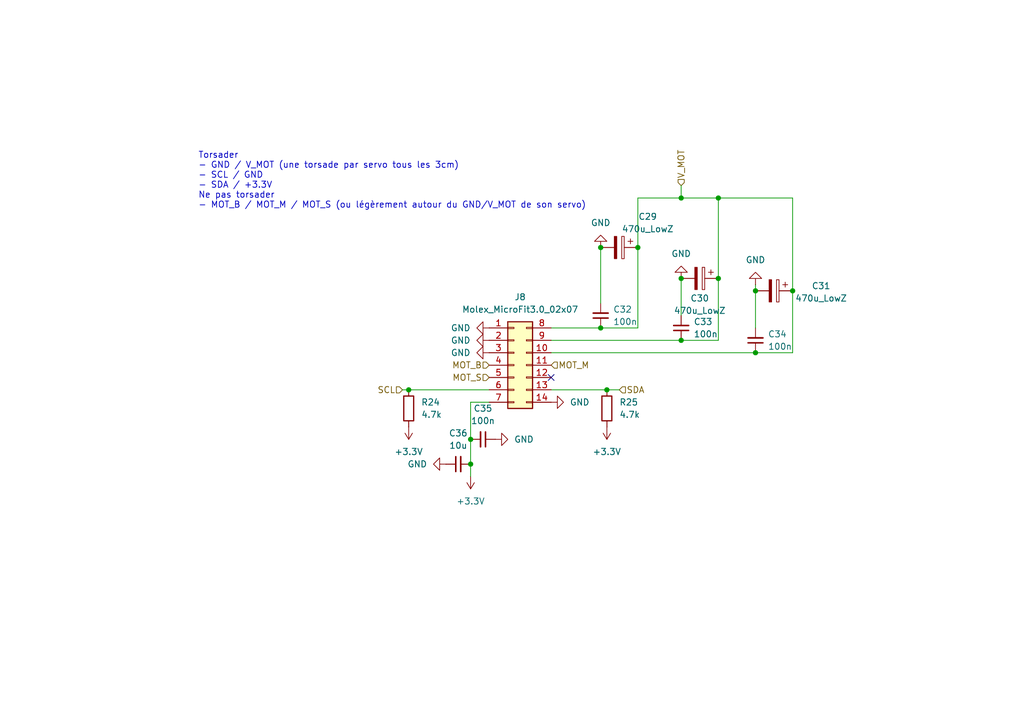
<source format=kicad_sch>
(kicad_sch (version 20250114) (generator "eeschema") (generator_version "9.0")
  (paper "A5")
  (lib_symbols
    (symbol "Connector_Generic:Conn_02x07_Top_Bottom" (pin_names (offset 1.016) (hide yes))
      (property "Reference" "J" (at 1.27 10.16 0))
      (property "Value" "Conn_02x07_Top_Bottom" (at 1.27 -10.16 0))
      (symbol "Conn_02x07_Top_Bottom_1_1"
        (rectangle (start -1.27 8.89) (end 3.81 -8.89) (stroke (width 0.254)) (fill (type background)))
        (rectangle (start -1.27 7.747) (end 0 7.493) (stroke (width 0.1524)))
        (rectangle (start -1.27 5.207) (end 0 4.953) (stroke (width 0.1524)))
        (rectangle (start -1.27 2.667) (end 0 2.413) (stroke (width 0.1524)))
        (rectangle (start -1.27 0.127) (end 0 -0.127) (stroke (width 0.1524)))
        (rectangle (start -1.27 -2.413) (end 0 -2.667) (stroke (width 0.1524)))
        (rectangle (start -1.27 -4.953) (end 0 -5.207) (stroke (width 0.1524)))
        (rectangle (start -1.27 -7.493) (end 0 -7.747) (stroke (width 0.1524)))
        (rectangle (start 3.81 7.747) (end 2.54 7.493) (stroke (width 0.1524)))
        (rectangle (start 3.81 5.207) (end 2.54 4.953) (stroke (width 0.1524)))
        (rectangle (start 3.81 2.667) (end 2.54 2.413) (stroke (width 0.1524)))
        (rectangle (start 3.81 0.127) (end 2.54 -0.127) (stroke (width 0.1524)))
        (rectangle (start 3.81 -2.413) (end 2.54 -2.667) (stroke (width 0.1524)))
        (rectangle (start 3.81 -4.953) (end 2.54 -5.207) (stroke (width 0.1524)))
        (rectangle (start 3.81 -7.493) (end 2.54 -7.747) (stroke (width 0.1524)))
        (pin passive line (at -5.08 7.62 0) (length 3.81) (name "Pin_1") (number "1"))
        (pin passive line (at -5.08 5.08 0) (length 3.81) (name "Pin_2") (number "2"))
        (pin passive line (at -5.08 2.54 0) (length 3.81) (name "Pin_3") (number "3"))
        (pin passive line (at -5.08 0 0) (length 3.81) (name "Pin_4") (number "4"))
        (pin passive line (at -5.08 -2.54 0) (length 3.81) (name "Pin_5") (number "5"))
        (pin passive line (at -5.08 -5.08 0) (length 3.81) (name "Pin_6") (number "6"))
        (pin passive line (at -5.08 -7.62 0) (length 3.81) (name "Pin_7") (number "7"))
        (pin passive line (at 7.62 7.62 180) (length 3.81) (name "Pin_8") (number "8"))
        (pin passive line (at 7.62 5.08 180) (length 3.81) (name "Pin_9") (number "9"))
        (pin passive line (at 7.62 2.54 180) (length 3.81) (name "Pin_10") (number "10"))
        (pin passive line (at 7.62 0 180) (length 3.81) (name "Pin_11") (number "11"))
        (pin passive line (at 7.62 -2.54 180) (length 3.81) (name "Pin_12") (number "12"))
        (pin passive line (at 7.62 -5.08 180) (length 3.81) (name "Pin_13") (number "13"))
        (pin passive line (at 7.62 -7.62 180) (length 3.81) (name "Pin_14") (number "14"))
      )
    )
    (symbol "Device:C_Polarized" (pin_numbers (hide yes)) (pin_names (offset 0.254))
      (property "Reference" "C" (at 0.635 2.54 0))
      (property "Value" "C_Polarized" (at 0.635 -2.54 0))
      (symbol "C_Polarized_0_1"
        (rectangle (start -2.286 0.508) (end 2.286 1.016))
        (polyline (pts (xy -1.778 2.286) (xy -0.762 2.286)))
        (polyline (pts (xy -1.27 2.794) (xy -1.27 1.778)))
        (rectangle (start 2.286 -0.508) (end -2.286 -1.016) (fill (type outline)))
      )
      (symbol "C_Polarized_1_1"
        (pin passive line (at 0 3.81 270) (length 2.794) (name "~") (number "1"))
        (pin passive line (at 0 -3.81 90) (length 2.794) (name "~") (number "2"))
      )
    )
    (symbol "Device:C_Small" (pin_numbers (hide yes)) (pin_names (offset 0.254) (hide yes))
      (property "Reference" "C" (at 0.254 1.778 0))
      (property "Value" "C_Small" (at 0.254 -2.032 0))
      (symbol "C_Small_0_1"
        (polyline (pts (xy -1.524 0.508) (xy 1.524 0.508)) (stroke (width 0.3048)))
        (polyline (pts (xy -1.524 -0.508) (xy 1.524 -0.508)) (stroke (width 0.3302)))
      )
      (symbol "C_Small_1_1"
        (pin passive line (at 0 2.54 270) (length 2.032) (name "~") (number "1"))
        (pin passive line (at 0 -2.54 90) (length 2.032) (name "~") (number "2"))
      )
    )
    (symbol "Device:R" (pin_numbers (hide yes)) (pin_names (offset 0))
      (property "Reference" "R" (at 2.032 0 90))
      (property "Value" "R" (at 0 0 90))
      (symbol "R_0_1"
        (rectangle (start -1.016 -2.54) (end 1.016 2.54) (stroke (width 0.254)))
      )
      (symbol "R_1_1"
        (pin passive line (at 0 3.81 270) (length 1.27) (name "~") (number "1"))
        (pin passive line (at 0 -3.81 90) (length 1.27) (name "~") (number "2"))
      )
    )
    (symbol "power:+3.3V" (power) (pin_numbers (hide yes)) (pin_names (offset 0) (hide yes))
      (property "Value" "+3.3V" (at 0 3.556 0))
      (symbol "+3.3V_0_1"
        (polyline (pts (xy -0.762 1.27) (xy 0 2.54)))
        (polyline (pts (xy 0 2.54) (xy 0.762 1.27)))
        (polyline (pts (xy 0 0) (xy 0 2.54)))
      )
      (symbol "+3.3V_1_1"
        (pin power_in line (at 0 0 90) (length 0) (name "~") (number "1"))
      )
    )
    (symbol "power:+5V" (power) (pin_numbers (hide yes)) (pin_names (offset 0) (hide yes))
      (property "Value" "+5V" (at 0 3.556 0))
      (symbol "+5V_0_1"
        (polyline (pts (xy -0.762 1.27) (xy 0 2.54)))
        (polyline (pts (xy 0 2.54) (xy 0.762 1.27)))
        (polyline (pts (xy 0 0) (xy 0 2.54)))
      )
      (symbol "+5V_1_1"
        (pin power_in line (at 0 0 90) (length 0) (name "~") (number "1"))
      )
    )
    (symbol "power:GND" (power) (pin_numbers (hide yes)) (pin_names (offset 0) (hide yes))
      (property "Value" "GND" (at 0 -3.81 0))
      (symbol "GND_0_1"
        (polyline (pts (xy 0 0) (xy 0 -1.27) (xy 1.27 -1.27) (xy 0 -2.54) (xy -1.27 -1.27) (xy 0 -1.27)))
      )
      (symbol "GND_1_1"
        (pin power_in line (at 0 0 270) (length 0) (name "~") (number "1"))
      )
    )
  )
  (text "Torsader\n- GND / V_MOT (une torsade par servo tous les 3cm)\n- SCL / GND\n- SDA / +3.3V\nNe pas torsader \n- MOT_B / MOT_M / MOT_S (ou légèrement autour du GND/V_MOT de son servo)" (at 40.64 37.084 0) (effects (font (size 1.27 1.27)) (justify left)))
  (junction (at 147.32 57.15))
  (junction (at 162.56 59.69))
  (junction (at 139.7 57.15))
  (junction (at 154.94 59.69))
  (junction (at 139.7 40.64))
  (junction (at 96.52 95.25))
  (junction (at 124.46 80.01))
  (junction (at 96.52 90.17))
  (junction (at 130.81 50.8))
  (junction (at 154.94 72.39))
  (junction (at 123.19 50.8))
  (junction (at 139.7 69.85))
  (junction (at 147.32 40.64))
  (junction (at 83.82 80.01))
  (junction (at 123.19 67.31))
  (no_connect (at 113.03 77.47))
  (wire (pts (xy 82.55 80.01) (xy 83.82 80.01)))
  (wire (pts (xy 147.32 57.15) (xy 147.32 69.85)))
  (wire (pts (xy 147.32 40.64) (xy 162.56 40.64)))
  (wire (pts (xy 127 80.01) (xy 124.46 80.01)))
  (wire (pts (xy 123.19 67.31) (xy 130.81 67.31)))
  (wire (pts (xy 113.03 69.85) (xy 139.7 69.85)))
  (wire (pts (xy 147.32 57.15) (xy 147.32 40.64)))
  (wire (pts (xy 154.94 59.69) (xy 154.94 67.31)))
  (wire (pts (xy 96.52 82.55) (xy 100.33 82.55)))
  (wire (pts (xy 162.56 40.64) (xy 162.56 59.69)))
  (wire (pts (xy 113.03 72.39) (xy 154.94 72.39)))
  (wire (pts (xy 130.81 50.8) (xy 130.81 67.31)))
  (wire (pts (xy 96.52 90.17) (xy 96.52 82.55)))
  (wire (pts (xy 96.52 97.79) (xy 96.52 95.25)))
  (wire (pts (xy 123.19 50.8) (xy 123.19 62.23)))
  (wire (pts (xy 154.94 58.42) (xy 154.94 59.69)))
  (wire (pts (xy 130.81 40.64) (xy 130.81 50.8)))
  (wire (pts (xy 139.7 40.64) (xy 139.7 38.1)))
  (wire (pts (xy 113.03 80.01) (xy 124.46 80.01)))
  (wire (pts (xy 113.03 67.31) (xy 123.19 67.31)))
  (wire (pts (xy 139.7 69.85) (xy 147.32 69.85)))
  (wire (pts (xy 154.94 72.39) (xy 162.56 72.39)))
  (wire (pts (xy 83.82 80.01) (xy 100.33 80.01)))
  (wire (pts (xy 139.7 57.15) (xy 139.7 64.77)))
  (wire (pts (xy 130.81 40.64) (xy 139.7 40.64)))
  (wire (pts (xy 96.52 95.25) (xy 96.52 90.17)))
  (wire (pts (xy 162.56 59.69) (xy 162.56 72.39)))
  (wire (pts (xy 139.7 40.64) (xy 147.32 40.64)))
  (hierarchical_label "SCL" (shape input) (at 82.55 80.01 180))
  (hierarchical_label "MOT_B" (shape input) (at 100.33 74.93 180))
  (hierarchical_label "SDA" (shape input) (at 127 80.01 0))
  (hierarchical_label "MOT_S" (shape input) (at 100.33 77.47 180))
  (hierarchical_label "MOT_M" (shape input) (at 113.03 74.93 0))
  (hierarchical_label "V_MOT" (shape input) (at 139.7 38.1 90))
  (symbol (lib_id "Connector_Generic:Conn_02x07_Top_Bottom") (at 105.41 74.93 0) (unit 1)
    (property "Reference" "J8" (at 106.68 60.96 0))
    (property "Value" "Molex_MicroFit3.0_02x07" (at 106.68 63.5 0))
    (property "Footprint" "Connector_Molex:Molex_Micro-Fit_3.0_43045-1412_2x07_P3.00mm_Vertical" (effects (hide yes)))
    (property "Description" "Generic connector, double row, 02x07, top/bottom pin numbering scheme (row 1: 1...pins_per_row, row2: pins_per_row+1 ... num_pins), script generated (kicad-library-utils/schlib/autogen/connector/)" (effects (hide yes)))
    (instances (project "eurobot-2026-robot-pcb" (path "" (reference "J8") (unit 1)) (path "" (reference "J10") (unit 1)) (path "" (reference "J11") (unit 1)) (path "" (reference "J9") (unit 1))))
  )
  (symbol (lib_id "Device:C_Small") (at 123.19 64.77 180) (unit 1)
    (property "Reference" "C32" (at 125.73 63.4935 0) (effects (justify right)))
    (property "Value" "100n" (at 125.73 66.0335 0) (effects (justify right)))
    (property "Footprint" "Capacitor_SMD:C_0805_2012Metric_Pad1.18x1.45mm_HandSolder" (effects (hide yes)))
    (property "Description" "Unpolarized capacitor, small symbol,X7R" (effects (hide yes)))
    (instances (project "eurobot-2026-robot-pcb" (path "" (reference "C32") (unit 1)) (path "" (reference "C48") (unit 1)) (path "" (reference "C56") (unit 1)) (path "" (reference "C40") (unit 1))))
  )
  (symbol (lib_id "Device:C_Small") (at 154.94 69.85 180) (unit 1)
    (property "Reference" "C34" (at 157.48 68.5735 0) (effects (justify right)))
    (property "Value" "100n" (at 157.48 71.1135 0) (effects (justify right)))
    (property "Footprint" "Capacitor_SMD:C_0805_2012Metric_Pad1.18x1.45mm_HandSolder" (effects (hide yes)))
    (property "Description" "Unpolarized capacitor, small symbol,X7R" (effects (hide yes)))
    (instances (project "eurobot-2026-robot-pcb" (path "" (reference "C34") (unit 1)) (path "" (reference "C50") (unit 1)) (path "" (reference "C58") (unit 1)) (path "" (reference "C42") (unit 1))))
  )
  (symbol (lib_id "power:+3.3V") (at 96.52 97.79 180) (unit 1)
    (property "Reference" "#PWR086" (effects (hide yes)))
    (property "Value" "+3.3V" (at 96.52 102.87 0))
    (property "Description" "Power symbol creates a global label with name \"+3.3V\"" (effects (hide yes)))
    (instances (project "eurobot-2026-robot-pcb" (path "" (reference "#PWR086") (unit 1)) (path "" (reference "#PWR0110") (unit 1)) (path "" (reference "#PWR0122") (unit 1)) (path "" (reference "#PWR098") (unit 1))))
  )
  (symbol (lib_id "Device:R") (at 124.46 83.82 0) (unit 1)
    (property "Reference" "R25" (at 127 82.5499 0) (effects (justify left)))
    (property "Value" "4.7k" (at 127 85.0899 0) (effects (justify left)))
    (property "Footprint" "Resistor_SMD:R_0805_2012Metric_Pad1.20x1.40mm_HandSolder" (effects (hide yes)))
    (property "Description" "Resistor" (effects (hide yes)))
    (instances (project "eurobot-2026-robot-pcb" (path "" (reference "R25") (unit 1)) (path "" (reference "R29") (unit 1)) (path "" (reference "R31") (unit 1)) (path "" (reference "R27") (unit 1))))
  )
  (symbol (lib_id "power:GND") (at 139.7 57.15 180) (unit 1)
    (property "Reference" "#PWR076" (effects (hide yes)))
    (property "Value" "GND" (at 139.7 52.07 0))
    (property "Description" "Power symbol creates a global label with name \"GND\" , ground" (effects (hide yes)))
    (instances (project "eurobot-2026-robot-pcb" (path "" (reference "#PWR076") (unit 1)) (path "" (reference "#PWR0100") (unit 1)) (path "" (reference "#PWR0112") (unit 1)) (path "" (reference "#PWR088") (unit 1))))
  )
  (symbol (lib_id "power:GND") (at 154.94 58.42 180) (unit 1)
    (property "Reference" "#PWR077" (effects (hide yes)))
    (property "Value" "GND" (at 154.94 53.34 0))
    (property "Description" "Power symbol creates a global label with name \"GND\" , ground" (effects (hide yes)))
    (instances (project "eurobot-2026-robot-pcb" (path "" (reference "#PWR077") (unit 1)) (path "" (reference "#PWR0101") (unit 1)) (path "" (reference "#PWR0113") (unit 1)) (path "" (reference "#PWR089") (unit 1))))
  )
  (symbol (lib_id "Device:C_Polarized") (at 158.75 59.69 270) (unit 1)
    (property "Reference" "C31" (at 168.402 58.674 90))
    (property "Value" "470u_LowZ" (at 168.402 61.214 90))
    (property "Footprint" "Capacitor_THT:CP_Radial_D8.0mm_P3.50mm" (effects (hide yes)))
    (property "Description" "Polarized capacitor" (effects (hide yes)))
    (property "MPN" "EEU-FR1E471L" (effects (hide yes)))
    (property "Manufacturer" "Panasonic" (effects (hide yes)))
    (instances (project "eurobot-2026-robot-pcb" (path "" (reference "C31") (unit 1)) (path "" (reference "C47") (unit 1)) (path "" (reference "C55") (unit 1)) (path "" (reference "C39") (unit 1))))
  )
  (symbol (lib_id "power:+5V") (at 83.82 87.63 180) (unit 1)
    (property "Reference" "#PWR082" (effects (hide yes)))
    (property "Value" "+3.3V" (at 83.82 92.71 0))
    (property "Description" "Power symbol creates a global label with name \"+5V\"" (effects (hide yes)))
    (instances (project "eurobot-2026-robot-pcb" (path "" (reference "#PWR082") (unit 1)) (path "" (reference "#PWR0106") (unit 1)) (path "" (reference "#PWR0118") (unit 1)) (path "" (reference "#PWR094") (unit 1))))
  )
  (symbol (lib_id "power:GND") (at 100.33 72.39 270) (unit 1)
    (property "Reference" "#PWR080" (effects (hide yes)))
    (property "Value" "GND" (at 96.52 72.3899 90) (effects (justify right)))
    (property "Description" "Power symbol creates a global label with name \"GND\" , ground" (effects (hide yes)))
    (instances (project "eurobot-2026-robot-pcb" (path "" (reference "#PWR080") (unit 1)) (path "" (reference "#PWR0104") (unit 1)) (path "" (reference "#PWR0116") (unit 1)) (path "" (reference "#PWR092") (unit 1))))
  )
  (symbol (lib_id "Device:C_Polarized") (at 127 50.8 270) (unit 1)
    (property "Reference" "C29" (at 132.842 44.45 90))
    (property "Value" "470u_LowZ" (at 132.842 46.99 90))
    (property "Footprint" "Capacitor_THT:CP_Radial_D8.0mm_P3.50mm" (effects (hide yes)))
    (property "Description" "Polarized capacitor" (effects (hide yes)))
    (property "MPN" "EEU-FR1E471L" (effects (hide yes)))
    (property "Manufacturer" "Panasonic" (effects (hide yes)))
    (instances (project "eurobot-2026-robot-pcb" (path "" (reference "C29") (unit 1)) (path "" (reference "C45") (unit 1)) (path "" (reference "C53") (unit 1)) (path "" (reference "C37") (unit 1))))
  )
  (symbol (lib_id "Device:C_Small") (at 139.7 67.31 180) (unit 1)
    (property "Reference" "C33" (at 142.24 66.0335 0) (effects (justify right)))
    (property "Value" "100n" (at 142.24 68.5735 0) (effects (justify right)))
    (property "Footprint" "Capacitor_SMD:C_0805_2012Metric_Pad1.18x1.45mm_HandSolder" (effects (hide yes)))
    (property "Description" "Unpolarized capacitor, small symbol,X7R" (effects (hide yes)))
    (instances (project "eurobot-2026-robot-pcb" (path "" (reference "C33") (unit 1)) (path "" (reference "C49") (unit 1)) (path "" (reference "C57") (unit 1)) (path "" (reference "C41") (unit 1))))
  )
  (symbol (lib_id "power:GND") (at 100.33 67.31 270) (unit 1)
    (property "Reference" "#PWR078" (effects (hide yes)))
    (property "Value" "GND" (at 96.52 67.3099 90) (effects (justify right)))
    (property "Description" "Power symbol creates a global label with name \"GND\" , ground" (effects (hide yes)))
    (instances (project "eurobot-2026-robot-pcb" (path "" (reference "#PWR078") (unit 1)) (path "" (reference "#PWR0102") (unit 1)) (path "" (reference "#PWR0114") (unit 1)) (path "" (reference "#PWR090") (unit 1))))
  )
  (symbol (lib_id "Device:C_Polarized") (at 143.51 57.15 270) (unit 1)
    (property "Reference" "C30" (at 143.51 61.214 90))
    (property "Value" "470u_LowZ" (at 143.51 63.754 90))
    (property "Datasheet" "https://industrial.panasonic.com/cdbs/www-data/pdf/RDF0000/RDF0000C1266.pdf" (effects (hide yes)))
    (property "Description" "Polarized capacitor" (effects (hide yes)))
    (property "MPN" "EEU-FR1E471L" (effects (hide yes)))
    (property "Manufacturer" "Panasonic" (effects (hide yes)))
    (instances (project "eurobot-2026-robot-pcb" (path "" (reference "C30") (unit 1)) (path "" (reference "C46") (unit 1)) (path "" (reference "C54") (unit 1)) (path "" (reference "C38") (unit 1))))
  )
  (symbol (lib_id "power:GND") (at 123.19 50.8 180) (unit 1)
    (property "Reference" "#PWR075" (effects (hide yes)))
    (property "Value" "GND" (at 123.19 45.72 0))
    (property "Description" "Power symbol creates a global label with name \"GND\" , ground" (effects (hide yes)))
    (instances (project "eurobot-2026-robot-pcb" (path "" (reference "#PWR075") (unit 1)) (path "" (reference "#PWR099") (unit 1)) (path "" (reference "#PWR0111") (unit 1)) (path "" (reference "#PWR087") (unit 1))))
  )
  (symbol (lib_id "power:GND") (at 113.03 82.55 90) (unit 1)
    (property "Reference" "#PWR081" (effects (hide yes)))
    (property "Value" "GND" (at 116.84 82.5499 90) (effects (justify right)))
    (property "Description" "Power symbol creates a global label with name \"GND\" , ground" (effects (hide yes)))
    (instances (project "eurobot-2026-robot-pcb" (path "" (reference "#PWR081") (unit 1)) (path "" (reference "#PWR0105") (unit 1)) (path "" (reference "#PWR0117") (unit 1)) (path "" (reference "#PWR093") (unit 1))))
  )
  (symbol (lib_id "Device:C_Small") (at 93.98 95.25 90) (unit 1)
    (property "Reference" "C36" (at 93.9863 88.9 90))
    (property "Value" "10u" (at 93.9863 91.44 90))
    (property "Footprint" "Capacitor_SMD:C_0805_2012Metric_Pad1.18x1.45mm_HandSolder" (effects (hide yes)))
    (property "Description" "Unpolarized capacitor, small symbol" (effects (hide yes)))
    (instances (project "eurobot-2026-robot-pcb" (path "" (reference "C36") (unit 1)) (path "" (reference "C52") (unit 1)) (path "" (reference "C60") (unit 1)) (path "" (reference "C44") (unit 1))))
  )
  (symbol (lib_id "power:GND") (at 91.44 95.25 270) (unit 1)
    (property "Reference" "#PWR085" (effects (hide yes)))
    (property "Value" "GND" (at 87.63 95.2499 90) (effects (justify right)))
    (property "Description" "Power symbol creates a global label with name \"GND\" , ground" (effects (hide yes)))
    (instances (project "eurobot-2026-robot-pcb" (path "" (reference "#PWR085") (unit 1)) (path "" (reference "#PWR0109") (unit 1)) (path "" (reference "#PWR0121") (unit 1)) (path "" (reference "#PWR097") (unit 1))))
  )
  (symbol (lib_id "power:+5V") (at 124.46 87.63 180) (unit 1)
    (property "Reference" "#PWR083" (effects (hide yes)))
    (property "Value" "+3.3V" (at 124.46 92.71 0))
    (property "Description" "Power symbol creates a global label with name \"+5V\"" (effects (hide yes)))
    (instances (project "eurobot-2026-robot-pcb" (path "" (reference "#PWR083") (unit 1)) (path "" (reference "#PWR0107") (unit 1)) (path "" (reference "#PWR0119") (unit 1)) (path "" (reference "#PWR095") (unit 1))))
  )
  (symbol (lib_id "power:GND") (at 101.6 90.17 90) (unit 1)
    (property "Reference" "#PWR084" (effects (hide yes)))
    (property "Value" "GND" (at 105.41 90.1699 90) (effects (justify right)))
    (property "Description" "Power symbol creates a global label with name \"GND\" , ground" (effects (hide yes)))
    (instances (project "eurobot-2026-robot-pcb" (path "" (reference "#PWR084") (unit 1)) (path "" (reference "#PWR0108") (unit 1)) (path "" (reference "#PWR0120") (unit 1)) (path "" (reference "#PWR096") (unit 1))))
  )
  (symbol (lib_id "Device:C_Small") (at 99.06 90.17 270) (unit 1)
    (property "Reference" "C35" (at 99.0536 83.82 90))
    (property "Value" "100n" (at 99.0536 86.36 90))
    (property "Footprint" "Capacitor_SMD:C_0805_2012Metric_Pad1.18x1.45mm_HandSolder" (effects (hide yes)))
    (property "Description" "Unpolarized capacitor, small symbol" (effects (hide yes)))
    (instances (project "eurobot-2026-robot-pcb" (path "" (reference "C35") (unit 1)) (path "" (reference "C51") (unit 1)) (path "" (reference "C59") (unit 1)) (path "" (reference "C43") (unit 1))))
  )
  (symbol (lib_id "Device:R") (at 83.82 83.82 180) (unit 1)
    (property "Reference" "R24" (at 86.36 82.5499 0) (effects (justify right)))
    (property "Value" "4.7k" (at 86.36 85.0899 0) (effects (justify right)))
    (property "Footprint" "Resistor_SMD:R_0805_2012Metric_Pad1.20x1.40mm_HandSolder" (effects (hide yes)))
    (property "Description" "Resistor" (effects (hide yes)))
    (instances (project "eurobot-2026-robot-pcb" (path "" (reference "R24") (unit 1)) (path "" (reference "R28") (unit 1)) (path "" (reference "R30") (unit 1)) (path "" (reference "R26") (unit 1))))
  )
  (symbol (lib_id "power:GND") (at 100.33 69.85 270) (unit 1)
    (property "Reference" "#PWR079" (effects (hide yes)))
    (property "Value" "GND" (at 96.52 69.8499 90) (effects (justify right)))
    (property "Description" "Power symbol creates a global label with name \"GND\" , ground" (effects (hide yes)))
    (instances (project "eurobot-2026-robot-pcb" (path "" (reference "#PWR079") (unit 1)) (path "" (reference "#PWR0103") (unit 1)) (path "" (reference "#PWR0115") (unit 1)) (path "" (reference "#PWR091") (unit 1))))
  )
)
</source>
